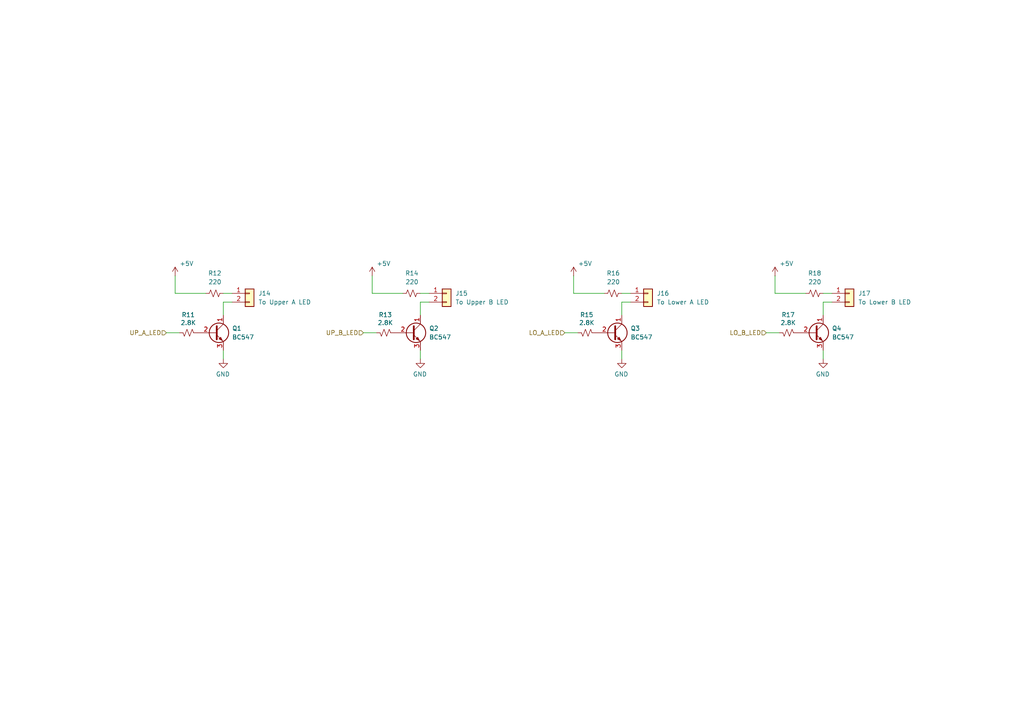
<source format=kicad_sch>
(kicad_sch (version 20231120) (generator "eeschema") (generator_version "8.0")
  (paper "A4")
  (title_block (title "A & B Registration Indicator LEDs") (date "2024-11-12") (rev "1.0") (company "Picherie") (comment 1 "Registration LEDs indicate which settings (A or B) are selected for upper and lower keyboards") (comment 2 "These LEDs have to be placed just above drwabars groups"))
  (lib_symbols
    (symbol "Connector_Generic:Conn_01x02" (pin_names (offset 1.016) hide)
      (property "Reference" "J" (at 0 2.54 0))
      (property "Value" "Conn_01x02" (at 0 -5.08 0))
      (symbol "Conn_01x02_1_1"
        (rectangle (start -1.27 -2.413) (end 0 -2.667) (stroke (width 0.1524)))
        (rectangle (start -1.27 0.127) (end 0 -0.127) (stroke (width 0.1524)))
        (rectangle (start -1.27 1.27) (end 1.27 -3.81) (stroke (width 0.254)) (fill (type background)))
        (pin passive line (at -5.08 0 0) (length 3.81) (name "Pin_1") (number "1"))
        (pin passive line (at -5.08 -2.54 0) (length 3.81) (name "Pin_2") (number "2"))
      )
    )
    (symbol "Device:R_Small_US" (pin_numbers hide) (pin_names (offset 0.254) hide)
      (property "Reference" "R" (at 0.762 0.508 0))
      (property "Value" "R_Small_US" (at 0.762 -1.016 0))
      (symbol "R_Small_US_1_1"
        (polyline (pts (xy 0 0) (xy 1.016 -0.381) (xy 0 -0.762) (xy -1.016 -1.143) (xy 0 -1.524)))
        (polyline (pts (xy 0 1.524) (xy 1.016 1.143) (xy 0 0.762) (xy -1.016 0.381) (xy 0 0)))
        (pin passive line (at 0 2.54 270) (length 1.016) (name "~") (number "1"))
        (pin passive line (at 0 -2.54 90) (length 1.016) (name "~") (number "2"))
      )
    )
    (symbol "Transistor_BJT:BC547" (pin_names (offset 0) hide)
      (property "Reference" "Q" (at 5.08 1.905 0))
      (property "Value" "BC547" (at 5.08 0 0))
      (symbol "BC547_0_1"
        (polyline (pts (xy 0 0) (xy 0.635 0)))
        (polyline (pts (xy 0.635 0.635) (xy 2.54 2.54)))
        (polyline (pts (xy 0.635 -0.635) (xy 2.54 -2.54) (xy 2.54 -2.54)))
        (polyline (pts (xy 0.635 1.905) (xy 0.635 -1.905) (xy 0.635 -1.905)) (stroke (width 0.508)))
        (polyline (pts (xy 1.27 -1.778) (xy 1.778 -1.27) (xy 2.286 -2.286) (xy 1.27 -1.778) (xy 1.27 -1.778)) (fill (type outline)))
        (circle (center 1.27 0) (radius 2.8194) (stroke (width 0.254)))
      )
      (symbol "BC547_1_1"
        (pin passive line (at 2.54 5.08 270) (length 2.54) (name "C") (number "1"))
        (pin input line (at -5.08 0 0) (length 5.08) (name "B") (number "2"))
        (pin passive line (at 2.54 -5.08 90) (length 2.54) (name "E") (number "3"))
      )
    )
    (symbol "power:+5V" (power) (pin_numbers hide) (pin_names (offset 0) hide)
      (property "Value" "+5V" (at 0 3.556 0))
      (symbol "+5V_0_1"
        (polyline (pts (xy -0.762 1.27) (xy 0 2.54)))
        (polyline (pts (xy 0 0) (xy 0 2.54)))
        (polyline (pts (xy 0 2.54) (xy 0.762 1.27)))
      )
      (symbol "+5V_1_1"
        (pin power_in line (at 0 0 90) (length 0) (name "~") (number "1"))
      )
    )
    (symbol "power:GND" (power) (pin_numbers hide) (pin_names (offset 0) hide)
      (property "Value" "GND" (at 0 -3.81 0))
      (symbol "GND_0_1"
        (polyline (pts (xy 0 0) (xy 0 -1.27) (xy 1.27 -1.27) (xy 0 -2.54) (xy -1.27 -1.27) (xy 0 -1.27)))
      )
      (symbol "GND_1_1"
        (pin power_in line (at 0 0 270) (length 0) (name "~") (number "1"))
      )
    )
  )
  (wire (pts (xy 64.77 87.63) (xy 64.77 91.44)))
  (wire (pts (xy 224.79 85.09) (xy 233.68 85.09)))
  (wire (pts (xy 67.31 87.63) (xy 64.77 87.63)))
  (wire (pts (xy 124.46 87.63) (xy 121.92 87.63)))
  (wire (pts (xy 109.22 96.52) (xy 105.41 96.52)))
  (wire (pts (xy 241.3 87.63) (xy 238.76 87.63)))
  (wire (pts (xy 180.34 87.63) (xy 180.34 91.44)))
  (wire (pts (xy 166.37 85.09) (xy 175.26 85.09)))
  (wire (pts (xy 180.34 85.09) (xy 182.88 85.09)))
  (wire (pts (xy 64.77 104.14) (xy 64.77 101.6)))
  (wire (pts (xy 107.95 80.01) (xy 107.95 85.09)))
  (wire (pts (xy 107.95 85.09) (xy 116.84 85.09)))
  (wire (pts (xy 224.79 80.01) (xy 224.79 85.09)))
  (wire (pts (xy 226.06 96.52) (xy 222.25 96.52)))
  (wire (pts (xy 121.92 104.14) (xy 121.92 101.6)))
  (wire (pts (xy 167.64 96.52) (xy 163.83 96.52)))
  (wire (pts (xy 180.34 104.14) (xy 180.34 101.6)))
  (wire (pts (xy 238.76 87.63) (xy 238.76 91.44)))
  (wire (pts (xy 52.07 96.52) (xy 48.26 96.52)))
  (wire (pts (xy 166.37 80.01) (xy 166.37 85.09)))
  (wire (pts (xy 238.76 85.09) (xy 241.3 85.09)))
  (wire (pts (xy 64.77 85.09) (xy 67.31 85.09)))
  (wire (pts (xy 50.8 85.09) (xy 59.69 85.09)))
  (wire (pts (xy 238.76 104.14) (xy 238.76 101.6)))
  (wire (pts (xy 50.8 80.01) (xy 50.8 85.09)))
  (wire (pts (xy 182.88 87.63) (xy 180.34 87.63)))
  (wire (pts (xy 121.92 85.09) (xy 124.46 85.09)))
  (wire (pts (xy 121.92 87.63) (xy 121.92 91.44)))
  (hierarchical_label "LO_A_LED" (shape input) (at 163.83 96.52 180))
  (hierarchical_label "UP_A_LED" (shape input) (at 48.26 96.52 180))
  (hierarchical_label "LO_B_LED" (shape input) (at 222.25 96.52 180))
  (hierarchical_label "UP_B_LED" (shape input) (at 105.41 96.52 180))
  (symbol (lib_id "Device:R_Small_US") (at 228.6 96.52 90) (mirror x) (unit 1)
    (property "Reference" "R17" (at 228.6 91.313 90))
    (property "Value" "2.8K" (at 228.6 93.6244 90))
    (property "Footprint" "Resistor_SMD:R_1206_3216Metric_Pad1.30x1.75mm_HandSolder" (effects (hide yes)))
    (property "Datasheet" "https://fr.farnell.com/panasonic/erj8enf2801v/res-couche-epaisse-2-8k-1-0-25w/dp/2307588" (effects (hide yes)))
  )
  (symbol (lib_id "Connector_Generic:Conn_01x02") (at 187.96 85.09 0) (unit 1)
    (property "Reference" "J16" (at 190.5 85.0899 0) (effects (justify left)))
    (property "Value" "To Lower A LED" (at 190.5 87.6299 0) (effects (justify left)))
    (property "Description" "Generic connector, single row, 01x02, script generated (kicad-library-utils/schlib/autogen/connector/)" (effects (hide yes)))
  )
  (symbol (lib_id "Connector_Generic:Conn_01x02") (at 72.39 85.09 0) (unit 1)
    (property "Reference" "J14" (at 74.93 85.0899 0) (effects (justify left)))
    (property "Value" "To Upper A LED" (at 74.93 87.6299 0) (effects (justify left)))
    (property "Description" "Generic connector, single row, 01x02, script generated (kicad-library-utils/schlib/autogen/connector/)" (effects (hide yes)))
  )
  (symbol (lib_id "Transistor_BJT:BC547") (at 119.38 96.52 0) (unit 1)
    (property "Reference" "Q2" (at 124.46 95.2499 0) (effects (justify left)))
    (property "Value" "BC547" (at 124.46 97.7899 0) (effects (justify left)))
    (property "Footprint" "Package_TO_SOT_THT:TO-92_Inline" (effects (hide yes)))
    (property "Datasheet" "https://fr.farnell.com/on-semiconductor/bc547cbu/transistor-bipol-npn-45v-to-92/dp/2453791?st=bc547" (effects (hide yes)))
  )
  (symbol (lib_id "power:+5V") (at 166.37 80.01 0) (unit 1)
    (property "Reference" "#PWR045" (effects (hide yes)))
    (property "Value" "+5V" (at 167.64 76.454 0) (effects (justify left)))
    (property "Description" "Power symbol creates a global label with name \"+5V\"" (effects (hide yes)))
  )
  (symbol (lib_id "power:+5V") (at 50.8 80.01 0) (unit 1)
    (property "Reference" "#PWR041" (effects (hide yes)))
    (property "Value" "+5V" (at 52.07 76.454 0) (effects (justify left)))
    (property "Description" "Power symbol creates a global label with name \"+5V\"" (effects (hide yes)))
  )
  (symbol (lib_id "Connector_Generic:Conn_01x02") (at 129.54 85.09 0) (unit 1)
    (property "Reference" "J15" (at 132.08 85.0899 0) (effects (justify left)))
    (property "Value" "To Upper B LED" (at 132.08 87.6299 0) (effects (justify left)))
    (property "Description" "Generic connector, single row, 01x02, script generated (kicad-library-utils/schlib/autogen/connector/)" (effects (hide yes)))
  )
  (symbol (lib_id "Device:R_Small_US") (at 236.22 85.09 90) (unit 1)
    (property "Reference" "R18" (at 238.252 79.248 90) (effects (justify left)))
    (property "Value" "220" (at 238.252 81.788 90) (effects (justify left)))
    (property "Description" "Resistor, small US symbol" (effects (hide yes)))
  )
  (symbol (lib_id "Device:R_Small_US") (at 54.61 96.52 90) (mirror x) (unit 1)
    (property "Reference" "R11" (at 54.61 91.313 90))
    (property "Value" "2.8K" (at 54.61 93.6244 90))
    (property "Footprint" "Resistor_SMD:R_1206_3216Metric_Pad1.30x1.75mm_HandSolder" (effects (hide yes)))
    (property "Datasheet" "https://fr.farnell.com/panasonic/erj8enf2801v/res-couche-epaisse-2-8k-1-0-25w/dp/2307588" (effects (hide yes)))
  )
  (symbol (lib_id "Transistor_BJT:BC547") (at 62.23 96.52 0) (unit 1)
    (property "Reference" "Q1" (at 67.31 95.2499 0) (effects (justify left)))
    (property "Value" "BC547" (at 67.31 97.7899 0) (effects (justify left)))
    (property "Footprint" "Package_TO_SOT_THT:TO-92_Inline" (effects (hide yes)))
    (property "Datasheet" "https://fr.farnell.com/on-semiconductor/bc547cbu/transistor-bipol-npn-45v-to-92/dp/2453791?st=bc547" (effects (hide yes)))
  )
  (symbol (lib_id "power:GND") (at 64.77 104.14 0) (mirror y) (unit 1)
    (property "Reference" "#PWR042" (effects (hide yes)))
    (property "Value" "GND" (at 64.643 108.5342 0))
  )
  (symbol (lib_id "Device:R_Small_US") (at 170.18 96.52 90) (mirror x) (unit 1)
    (property "Reference" "R15" (at 170.18 91.313 90))
    (property "Value" "2.8K" (at 170.18 93.6244 90))
    (property "Footprint" "Resistor_SMD:R_1206_3216Metric_Pad1.30x1.75mm_HandSolder" (effects (hide yes)))
    (property "Datasheet" "https://fr.farnell.com/panasonic/erj8enf2801v/res-couche-epaisse-2-8k-1-0-25w/dp/2307588" (effects (hide yes)))
  )
  (symbol (lib_id "Device:R_Small_US") (at 177.8 85.09 90) (unit 1)
    (property "Reference" "R16" (at 179.832 79.248 90) (effects (justify left)))
    (property "Value" "220" (at 179.832 81.788 90) (effects (justify left)))
    (property "Description" "Resistor, small US symbol" (effects (hide yes)))
  )
  (symbol (lib_id "Device:R_Small_US") (at 111.76 96.52 90) (mirror x) (unit 1)
    (property "Reference" "R13" (at 111.76 91.313 90))
    (property "Value" "2.8K" (at 111.76 93.6244 90))
    (property "Footprint" "Resistor_SMD:R_1206_3216Metric_Pad1.30x1.75mm_HandSolder" (effects (hide yes)))
    (property "Datasheet" "https://fr.farnell.com/panasonic/erj8enf2801v/res-couche-epaisse-2-8k-1-0-25w/dp/2307588" (effects (hide yes)))
  )
  (symbol (lib_id "power:+5V") (at 107.95 80.01 0) (unit 1)
    (property "Reference" "#PWR043" (effects (hide yes)))
    (property "Value" "+5V" (at 109.22 76.454 0) (effects (justify left)))
    (property "Description" "Power symbol creates a global label with name \"+5V\"" (effects (hide yes)))
  )
  (symbol (lib_id "Transistor_BJT:BC547") (at 177.8 96.52 0) (unit 1)
    (property "Reference" "Q3" (at 182.88 95.2499 0) (effects (justify left)))
    (property "Value" "BC547" (at 182.88 97.7899 0) (effects (justify left)))
    (property "Footprint" "Package_TO_SOT_THT:TO-92_Inline" (effects (hide yes)))
    (property "Datasheet" "https://fr.farnell.com/on-semiconductor/bc547cbu/transistor-bipol-npn-45v-to-92/dp/2453791?st=bc547" (effects (hide yes)))
  )
  (symbol (lib_id "power:GND") (at 121.92 104.14 0) (mirror y) (unit 1)
    (property "Reference" "#PWR044" (effects (hide yes)))
    (property "Value" "GND" (at 121.793 108.5342 0))
  )
  (symbol (lib_id "Connector_Generic:Conn_01x02") (at 246.38 85.09 0) (unit 1)
    (property "Reference" "J17" (at 248.92 85.0899 0) (effects (justify left)))
    (property "Value" "To Lower B LED" (at 248.92 87.6299 0) (effects (justify left)))
    (property "Description" "Generic connector, single row, 01x02, script generated (kicad-library-utils/schlib/autogen/connector/)" (effects (hide yes)))
  )
  (symbol (lib_id "Device:R_Small_US") (at 62.23 85.09 90) (unit 1)
    (property "Reference" "R12" (at 64.262 79.248 90) (effects (justify left)))
    (property "Value" "220" (at 64.262 81.788 90) (effects (justify left)))
    (property "Description" "Resistor, small US symbol" (effects (hide yes)))
  )
  (symbol (lib_id "power:GND") (at 180.34 104.14 0) (mirror y) (unit 1)
    (property "Reference" "#PWR046" (effects (hide yes)))
    (property "Value" "GND" (at 180.213 108.5342 0))
  )
  (symbol (lib_id "power:GND") (at 238.76 104.14 0) (mirror y) (unit 1)
    (property "Reference" "#PWR048" (effects (hide yes)))
    (property "Value" "GND" (at 238.633 108.5342 0))
  )
  (symbol (lib_id "power:+5V") (at 224.79 80.01 0) (unit 1)
    (property "Reference" "#PWR047" (effects (hide yes)))
    (property "Value" "+5V" (at 226.06 76.454 0) (effects (justify left)))
    (property "Description" "Power symbol creates a global label with name \"+5V\"" (effects (hide yes)))
  )
  (symbol (lib_id "Device:R_Small_US") (at 119.38 85.09 90) (unit 1)
    (property "Reference" "R14" (at 121.412 79.248 90) (effects (justify left)))
    (property "Value" "220" (at 121.412 81.788 90) (effects (justify left)))
    (property "Description" "Resistor, small US symbol" (effects (hide yes)))
  )
  (symbol (lib_id "Transistor_BJT:BC547") (at 236.22 96.52 0) (unit 1)
    (property "Reference" "Q4" (at 241.3 95.2499 0) (effects (justify left)))
    (property "Value" "BC547" (at 241.3 97.7899 0) (effects (justify left)))
    (property "Footprint" "Package_TO_SOT_THT:TO-92_Inline" (effects (hide yes)))
    (property "Datasheet" "https://fr.farnell.com/on-semiconductor/bc547cbu/transistor-bipol-npn-45v-to-92/dp/2453791?st=bc547" (effects (hide yes)))
  )
)
</source>
